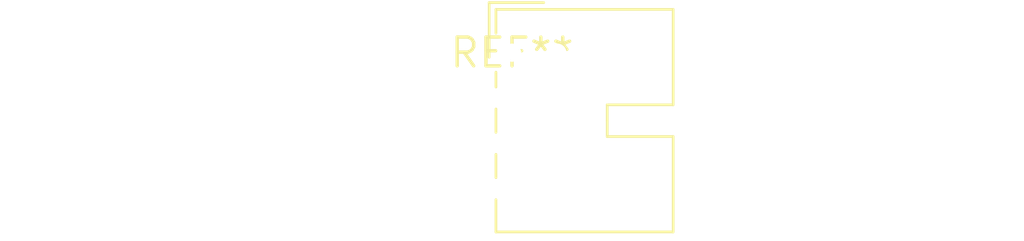
<source format=kicad_pcb>
(kicad_pcb (version 20240108) (generator pcbnew)
  (layers (0 "F.Cu" signal) (31 "B.Cu" signal) (34 "B.Paste" user) (35 "F.Paste" user) (36 "B.SilkS" user "B.Silkscreen") (37 "F.SilkS" user "F.Silkscreen") (38 "B.Mask" user) (39 "F.Mask" user) (44 "Edge.Cuts" user))
  (net 0 "")
  (footprint "JAE_LY20-8P-DLT1_2x04_P2.00mm_Horizontal" (layer "F.Cu") (at 0 0)
    (property "Reference" "REF**")
    (property "Value" "JAE_LY20-8P-DLT1_2x04_P2.00mm_Horizontal")
    (fp_line (start -1.01 -2.21) (end -1.01 0.2) (layer "F.SilkS") (stroke (width 0.12)))
    (fp_line (start -0.71 -1.91) (end -0.71 -0.86) (layer "F.SilkS") (stroke (width 0.12)))
    (fp_line (start -0.71 -1.91) (end 7.11 -1.91) (layer "F.SilkS") (stroke (width 0.12)))
    (fp_line (start -0.71 0.86) (end -0.71 1.514717) (layer "F.SilkS") (stroke (width 0.12)))
    (fp_line (start -0.71 2.485283) (end -0.71 3.514717) (layer "F.SilkS") (stroke (width 0.12)))
    (fp_line (start -0.71 4.485283) (end -0.71 5.514717) (layer "F.SilkS") (stroke (width 0.12)))
    (fp_line (start -0.71 6.485283) (end -0.71 7.91) (layer "F.SilkS") (stroke (width 0.12)))
    (fp_line (start -0.71 7.91) (end 7.11 7.91) (layer "F.SilkS") (stroke (width 0.12)))
    (fp_line (start 1.4 -2.21) (end -1.01 -2.21) (layer "F.SilkS") (stroke (width 0.12)))
    (fp_line (start 4.2 2.3) (end 4.2 3) (layer "F.SilkS") (stroke (width 0.12)))
    (fp_line (start 4.2 3.7) (end 4.2 3) (layer "F.SilkS") (stroke (width 0.12)))
    (fp_line (start 7.11 -1.91) (end 7.11 2.3) (layer "F.SilkS") (stroke (width 0.12)))
    (fp_line (start 7.11 2.3) (end 4.2 2.3) (layer "F.SilkS") (stroke (width 0.12)))
    (fp_line (start 7.11 3.7) (end 4.2 3.7) (layer "F.SilkS") (stroke (width 0.12)))
    (fp_line (start 7.11 7.91) (end 7.11 3.7) (layer "F.SilkS") (stroke (width 0.12)))
    (pad "a1" thru_hole roundrect (at 0 0) (size 1.2 1.2) (drill 0.8) (layers *.Cu *.Mask) (remove_unused_layers) (roundrect_rratio 0.208333))
    (pad "a2" thru_hole circle (at 0 2) (size 1.2 1.2) (drill 0.8) (layers *.Cu *.Mask) (remove_unused_layers))
    (pad "a3" thru_hole circle (at 0 4) (size 1.2 1.2) (drill 0.8) (layers *.Cu *.Mask) (remove_unused_layers))
    (pad "a4" thru_hole circle (at 0 6) (size 1.2 1.2) (drill 0.8) (layers *.Cu *.Mask) (remove_unused_layers))
    (pad "b1" thru_hole circle (at 2 0) (size 1.2 1.2) (drill 0.8) (layers *.Cu *.Mask) (remove_unused_layers))
    (pad "b2" thru_hole circle (at 2 2) (size 1.2 1.2) (drill 0.8) (layers *.Cu *.Mask) (remove_unused_layers))
    (pad "b3" thru_hole circle (at 2 4) (size 1.2 1.2) (drill 0.8) (layers *.Cu *.Mask) (remove_unused_layers))
    (pad "b4" thru_hole circle (at 2 6) (size 1.2 1.2) (drill 0.8) (layers *.Cu *.Mask) (remove_unused_layers))
  )
)
</source>
